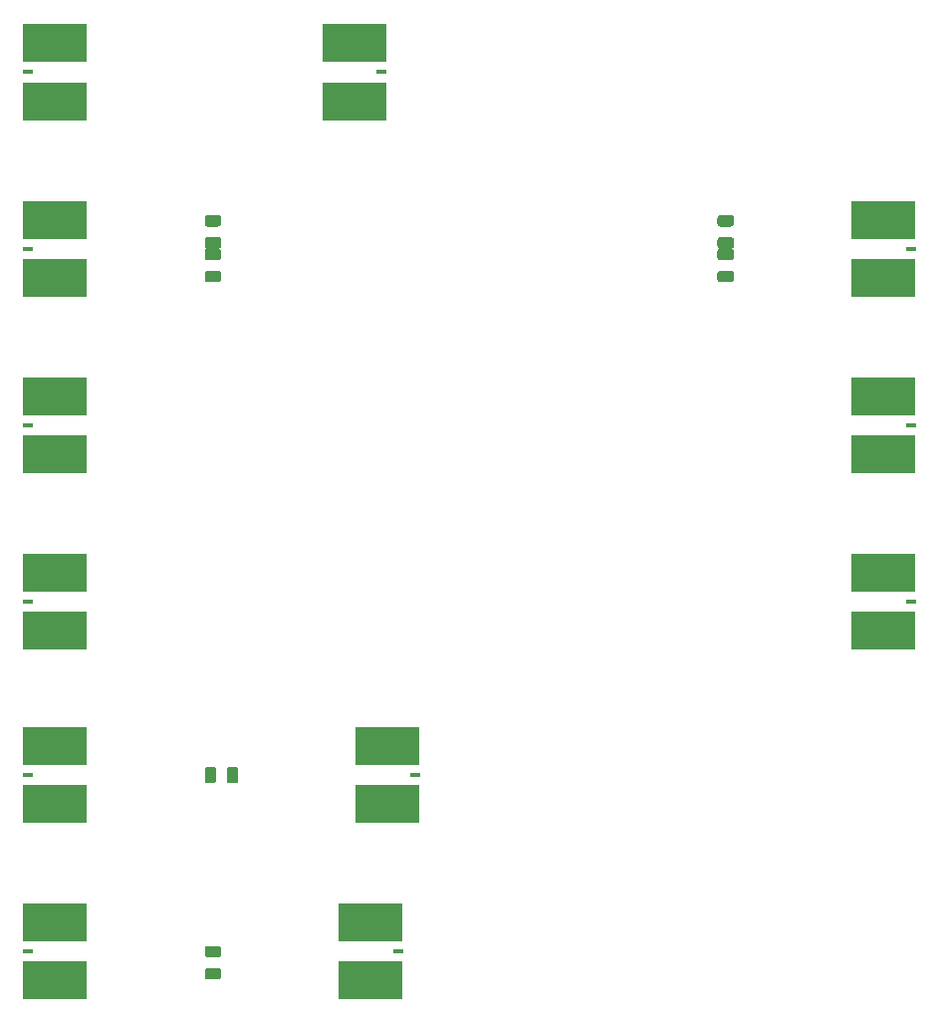
<source format=gtp>
G04 #@! TF.GenerationSoftware,KiCad,Pcbnew,(5.1.5)-2*
G04 #@! TF.CreationDate,2020-02-16T11:04:41+01:00*
G04 #@! TF.ProjectId,OSHPark_4Layers_trl-board_v0_1,4f534850-6172-46b5-9f34-4c6179657273,rev?*
G04 #@! TF.SameCoordinates,Original*
G04 #@! TF.FileFunction,Paste,Top*
G04 #@! TF.FilePolarity,Positive*
%FSLAX46Y46*%
G04 Gerber Fmt 4.6, Leading zero omitted, Abs format (unit mm)*
G04 Created by KiCad (PCBNEW (5.1.5)-2) date 2020-02-16 11:04:41*
%MOMM*%
%LPD*%
G04 APERTURE LIST*
%ADD10R,0.889000X0.406400*%
%ADD11R,5.537200X3.225800*%
%ADD12C,0.152400*%
G04 APERTURE END LIST*
D10*
X214955500Y-165000000D03*
D11*
X212631400Y-167463800D03*
X212631400Y-162536200D03*
D10*
X183444500Y-165000000D03*
D11*
X185768600Y-162536200D03*
X185768600Y-167463800D03*
D10*
X216385500Y-150000000D03*
D11*
X214061400Y-152463800D03*
X214061400Y-147536200D03*
D10*
X183444500Y-150000000D03*
D11*
X185768600Y-147536200D03*
X185768600Y-152463800D03*
D10*
X258555500Y-135250000D03*
D11*
X256231400Y-137713800D03*
X256231400Y-132786200D03*
D10*
X183444500Y-135250000D03*
D11*
X185768600Y-132786200D03*
X185768600Y-137713800D03*
D10*
X258555500Y-120250000D03*
D11*
X256231400Y-122713800D03*
X256231400Y-117786200D03*
D10*
X183444500Y-120250000D03*
D11*
X185768600Y-117786200D03*
X185768600Y-122713800D03*
D10*
X258555500Y-105250000D03*
D11*
X256231400Y-107713800D03*
X256231400Y-102786200D03*
D10*
X183444500Y-105250000D03*
D11*
X185768600Y-102786200D03*
X185768600Y-107713800D03*
D10*
X213555500Y-90250000D03*
D11*
X211231400Y-92713800D03*
X211231400Y-87786200D03*
D10*
X183444500Y-90250000D03*
D11*
X185768600Y-87786200D03*
X185768600Y-92713800D03*
D12*
G36*
X199255142Y-149301174D02*
G01*
X199278803Y-149304684D01*
X199302007Y-149310496D01*
X199324529Y-149318554D01*
X199346153Y-149328782D01*
X199366670Y-149341079D01*
X199385883Y-149355329D01*
X199403607Y-149371393D01*
X199419671Y-149389117D01*
X199433921Y-149408330D01*
X199446218Y-149428847D01*
X199456446Y-149450471D01*
X199464504Y-149472993D01*
X199470316Y-149496197D01*
X199473826Y-149519858D01*
X199475000Y-149543750D01*
X199475000Y-150456250D01*
X199473826Y-150480142D01*
X199470316Y-150503803D01*
X199464504Y-150527007D01*
X199456446Y-150549529D01*
X199446218Y-150571153D01*
X199433921Y-150591670D01*
X199419671Y-150610883D01*
X199403607Y-150628607D01*
X199385883Y-150644671D01*
X199366670Y-150658921D01*
X199346153Y-150671218D01*
X199324529Y-150681446D01*
X199302007Y-150689504D01*
X199278803Y-150695316D01*
X199255142Y-150698826D01*
X199231250Y-150700000D01*
X198743750Y-150700000D01*
X198719858Y-150698826D01*
X198696197Y-150695316D01*
X198672993Y-150689504D01*
X198650471Y-150681446D01*
X198628847Y-150671218D01*
X198608330Y-150658921D01*
X198589117Y-150644671D01*
X198571393Y-150628607D01*
X198555329Y-150610883D01*
X198541079Y-150591670D01*
X198528782Y-150571153D01*
X198518554Y-150549529D01*
X198510496Y-150527007D01*
X198504684Y-150503803D01*
X198501174Y-150480142D01*
X198500000Y-150456250D01*
X198500000Y-149543750D01*
X198501174Y-149519858D01*
X198504684Y-149496197D01*
X198510496Y-149472993D01*
X198518554Y-149450471D01*
X198528782Y-149428847D01*
X198541079Y-149408330D01*
X198555329Y-149389117D01*
X198571393Y-149371393D01*
X198589117Y-149355329D01*
X198608330Y-149341079D01*
X198628847Y-149328782D01*
X198650471Y-149318554D01*
X198672993Y-149310496D01*
X198696197Y-149304684D01*
X198719858Y-149301174D01*
X198743750Y-149300000D01*
X199231250Y-149300000D01*
X199255142Y-149301174D01*
G37*
G36*
X201130142Y-149301174D02*
G01*
X201153803Y-149304684D01*
X201177007Y-149310496D01*
X201199529Y-149318554D01*
X201221153Y-149328782D01*
X201241670Y-149341079D01*
X201260883Y-149355329D01*
X201278607Y-149371393D01*
X201294671Y-149389117D01*
X201308921Y-149408330D01*
X201321218Y-149428847D01*
X201331446Y-149450471D01*
X201339504Y-149472993D01*
X201345316Y-149496197D01*
X201348826Y-149519858D01*
X201350000Y-149543750D01*
X201350000Y-150456250D01*
X201348826Y-150480142D01*
X201345316Y-150503803D01*
X201339504Y-150527007D01*
X201331446Y-150549529D01*
X201321218Y-150571153D01*
X201308921Y-150591670D01*
X201294671Y-150610883D01*
X201278607Y-150628607D01*
X201260883Y-150644671D01*
X201241670Y-150658921D01*
X201221153Y-150671218D01*
X201199529Y-150681446D01*
X201177007Y-150689504D01*
X201153803Y-150695316D01*
X201130142Y-150698826D01*
X201106250Y-150700000D01*
X200618750Y-150700000D01*
X200594858Y-150698826D01*
X200571197Y-150695316D01*
X200547993Y-150689504D01*
X200525471Y-150681446D01*
X200503847Y-150671218D01*
X200483330Y-150658921D01*
X200464117Y-150644671D01*
X200446393Y-150628607D01*
X200430329Y-150610883D01*
X200416079Y-150591670D01*
X200403782Y-150571153D01*
X200393554Y-150549529D01*
X200385496Y-150527007D01*
X200379684Y-150503803D01*
X200376174Y-150480142D01*
X200375000Y-150456250D01*
X200375000Y-149543750D01*
X200376174Y-149519858D01*
X200379684Y-149496197D01*
X200385496Y-149472993D01*
X200393554Y-149450471D01*
X200403782Y-149428847D01*
X200416079Y-149408330D01*
X200430329Y-149389117D01*
X200446393Y-149371393D01*
X200464117Y-149355329D01*
X200483330Y-149341079D01*
X200503847Y-149328782D01*
X200525471Y-149318554D01*
X200547993Y-149310496D01*
X200571197Y-149304684D01*
X200594858Y-149301174D01*
X200618750Y-149300000D01*
X201106250Y-149300000D01*
X201130142Y-149301174D01*
G37*
G36*
X199680142Y-102401174D02*
G01*
X199703803Y-102404684D01*
X199727007Y-102410496D01*
X199749529Y-102418554D01*
X199771153Y-102428782D01*
X199791670Y-102441079D01*
X199810883Y-102455329D01*
X199828607Y-102471393D01*
X199844671Y-102489117D01*
X199858921Y-102508330D01*
X199871218Y-102528847D01*
X199881446Y-102550471D01*
X199889504Y-102572993D01*
X199895316Y-102596197D01*
X199898826Y-102619858D01*
X199900000Y-102643750D01*
X199900000Y-103131250D01*
X199898826Y-103155142D01*
X199895316Y-103178803D01*
X199889504Y-103202007D01*
X199881446Y-103224529D01*
X199871218Y-103246153D01*
X199858921Y-103266670D01*
X199844671Y-103285883D01*
X199828607Y-103303607D01*
X199810883Y-103319671D01*
X199791670Y-103333921D01*
X199771153Y-103346218D01*
X199749529Y-103356446D01*
X199727007Y-103364504D01*
X199703803Y-103370316D01*
X199680142Y-103373826D01*
X199656250Y-103375000D01*
X198743750Y-103375000D01*
X198719858Y-103373826D01*
X198696197Y-103370316D01*
X198672993Y-103364504D01*
X198650471Y-103356446D01*
X198628847Y-103346218D01*
X198608330Y-103333921D01*
X198589117Y-103319671D01*
X198571393Y-103303607D01*
X198555329Y-103285883D01*
X198541079Y-103266670D01*
X198528782Y-103246153D01*
X198518554Y-103224529D01*
X198510496Y-103202007D01*
X198504684Y-103178803D01*
X198501174Y-103155142D01*
X198500000Y-103131250D01*
X198500000Y-102643750D01*
X198501174Y-102619858D01*
X198504684Y-102596197D01*
X198510496Y-102572993D01*
X198518554Y-102550471D01*
X198528782Y-102528847D01*
X198541079Y-102508330D01*
X198555329Y-102489117D01*
X198571393Y-102471393D01*
X198589117Y-102455329D01*
X198608330Y-102441079D01*
X198628847Y-102428782D01*
X198650471Y-102418554D01*
X198672993Y-102410496D01*
X198696197Y-102404684D01*
X198719858Y-102401174D01*
X198743750Y-102400000D01*
X199656250Y-102400000D01*
X199680142Y-102401174D01*
G37*
G36*
X199680142Y-104276174D02*
G01*
X199703803Y-104279684D01*
X199727007Y-104285496D01*
X199749529Y-104293554D01*
X199771153Y-104303782D01*
X199791670Y-104316079D01*
X199810883Y-104330329D01*
X199828607Y-104346393D01*
X199844671Y-104364117D01*
X199858921Y-104383330D01*
X199871218Y-104403847D01*
X199881446Y-104425471D01*
X199889504Y-104447993D01*
X199895316Y-104471197D01*
X199898826Y-104494858D01*
X199900000Y-104518750D01*
X199900000Y-105006250D01*
X199898826Y-105030142D01*
X199895316Y-105053803D01*
X199889504Y-105077007D01*
X199881446Y-105099529D01*
X199871218Y-105121153D01*
X199858921Y-105141670D01*
X199844671Y-105160883D01*
X199828607Y-105178607D01*
X199810883Y-105194671D01*
X199791670Y-105208921D01*
X199771153Y-105221218D01*
X199749529Y-105231446D01*
X199727007Y-105239504D01*
X199703803Y-105245316D01*
X199680142Y-105248826D01*
X199656250Y-105250000D01*
X198743750Y-105250000D01*
X198719858Y-105248826D01*
X198696197Y-105245316D01*
X198672993Y-105239504D01*
X198650471Y-105231446D01*
X198628847Y-105221218D01*
X198608330Y-105208921D01*
X198589117Y-105194671D01*
X198571393Y-105178607D01*
X198555329Y-105160883D01*
X198541079Y-105141670D01*
X198528782Y-105121153D01*
X198518554Y-105099529D01*
X198510496Y-105077007D01*
X198504684Y-105053803D01*
X198501174Y-105030142D01*
X198500000Y-105006250D01*
X198500000Y-104518750D01*
X198501174Y-104494858D01*
X198504684Y-104471197D01*
X198510496Y-104447993D01*
X198518554Y-104425471D01*
X198528782Y-104403847D01*
X198541079Y-104383330D01*
X198555329Y-104364117D01*
X198571393Y-104346393D01*
X198589117Y-104330329D01*
X198608330Y-104316079D01*
X198628847Y-104303782D01*
X198650471Y-104293554D01*
X198672993Y-104285496D01*
X198696197Y-104279684D01*
X198719858Y-104276174D01*
X198743750Y-104275000D01*
X199656250Y-104275000D01*
X199680142Y-104276174D01*
G37*
G36*
X199680142Y-107126174D02*
G01*
X199703803Y-107129684D01*
X199727007Y-107135496D01*
X199749529Y-107143554D01*
X199771153Y-107153782D01*
X199791670Y-107166079D01*
X199810883Y-107180329D01*
X199828607Y-107196393D01*
X199844671Y-107214117D01*
X199858921Y-107233330D01*
X199871218Y-107253847D01*
X199881446Y-107275471D01*
X199889504Y-107297993D01*
X199895316Y-107321197D01*
X199898826Y-107344858D01*
X199900000Y-107368750D01*
X199900000Y-107856250D01*
X199898826Y-107880142D01*
X199895316Y-107903803D01*
X199889504Y-107927007D01*
X199881446Y-107949529D01*
X199871218Y-107971153D01*
X199858921Y-107991670D01*
X199844671Y-108010883D01*
X199828607Y-108028607D01*
X199810883Y-108044671D01*
X199791670Y-108058921D01*
X199771153Y-108071218D01*
X199749529Y-108081446D01*
X199727007Y-108089504D01*
X199703803Y-108095316D01*
X199680142Y-108098826D01*
X199656250Y-108100000D01*
X198743750Y-108100000D01*
X198719858Y-108098826D01*
X198696197Y-108095316D01*
X198672993Y-108089504D01*
X198650471Y-108081446D01*
X198628847Y-108071218D01*
X198608330Y-108058921D01*
X198589117Y-108044671D01*
X198571393Y-108028607D01*
X198555329Y-108010883D01*
X198541079Y-107991670D01*
X198528782Y-107971153D01*
X198518554Y-107949529D01*
X198510496Y-107927007D01*
X198504684Y-107903803D01*
X198501174Y-107880142D01*
X198500000Y-107856250D01*
X198500000Y-107368750D01*
X198501174Y-107344858D01*
X198504684Y-107321197D01*
X198510496Y-107297993D01*
X198518554Y-107275471D01*
X198528782Y-107253847D01*
X198541079Y-107233330D01*
X198555329Y-107214117D01*
X198571393Y-107196393D01*
X198589117Y-107180329D01*
X198608330Y-107166079D01*
X198628847Y-107153782D01*
X198650471Y-107143554D01*
X198672993Y-107135496D01*
X198696197Y-107129684D01*
X198719858Y-107126174D01*
X198743750Y-107125000D01*
X199656250Y-107125000D01*
X199680142Y-107126174D01*
G37*
G36*
X199680142Y-105251174D02*
G01*
X199703803Y-105254684D01*
X199727007Y-105260496D01*
X199749529Y-105268554D01*
X199771153Y-105278782D01*
X199791670Y-105291079D01*
X199810883Y-105305329D01*
X199828607Y-105321393D01*
X199844671Y-105339117D01*
X199858921Y-105358330D01*
X199871218Y-105378847D01*
X199881446Y-105400471D01*
X199889504Y-105422993D01*
X199895316Y-105446197D01*
X199898826Y-105469858D01*
X199900000Y-105493750D01*
X199900000Y-105981250D01*
X199898826Y-106005142D01*
X199895316Y-106028803D01*
X199889504Y-106052007D01*
X199881446Y-106074529D01*
X199871218Y-106096153D01*
X199858921Y-106116670D01*
X199844671Y-106135883D01*
X199828607Y-106153607D01*
X199810883Y-106169671D01*
X199791670Y-106183921D01*
X199771153Y-106196218D01*
X199749529Y-106206446D01*
X199727007Y-106214504D01*
X199703803Y-106220316D01*
X199680142Y-106223826D01*
X199656250Y-106225000D01*
X198743750Y-106225000D01*
X198719858Y-106223826D01*
X198696197Y-106220316D01*
X198672993Y-106214504D01*
X198650471Y-106206446D01*
X198628847Y-106196218D01*
X198608330Y-106183921D01*
X198589117Y-106169671D01*
X198571393Y-106153607D01*
X198555329Y-106135883D01*
X198541079Y-106116670D01*
X198528782Y-106096153D01*
X198518554Y-106074529D01*
X198510496Y-106052007D01*
X198504684Y-106028803D01*
X198501174Y-106005142D01*
X198500000Y-105981250D01*
X198500000Y-105493750D01*
X198501174Y-105469858D01*
X198504684Y-105446197D01*
X198510496Y-105422993D01*
X198518554Y-105400471D01*
X198528782Y-105378847D01*
X198541079Y-105358330D01*
X198555329Y-105339117D01*
X198571393Y-105321393D01*
X198589117Y-105305329D01*
X198608330Y-105291079D01*
X198628847Y-105278782D01*
X198650471Y-105268554D01*
X198672993Y-105260496D01*
X198696197Y-105254684D01*
X198719858Y-105251174D01*
X198743750Y-105250000D01*
X199656250Y-105250000D01*
X199680142Y-105251174D01*
G37*
G36*
X243280142Y-102401174D02*
G01*
X243303803Y-102404684D01*
X243327007Y-102410496D01*
X243349529Y-102418554D01*
X243371153Y-102428782D01*
X243391670Y-102441079D01*
X243410883Y-102455329D01*
X243428607Y-102471393D01*
X243444671Y-102489117D01*
X243458921Y-102508330D01*
X243471218Y-102528847D01*
X243481446Y-102550471D01*
X243489504Y-102572993D01*
X243495316Y-102596197D01*
X243498826Y-102619858D01*
X243500000Y-102643750D01*
X243500000Y-103131250D01*
X243498826Y-103155142D01*
X243495316Y-103178803D01*
X243489504Y-103202007D01*
X243481446Y-103224529D01*
X243471218Y-103246153D01*
X243458921Y-103266670D01*
X243444671Y-103285883D01*
X243428607Y-103303607D01*
X243410883Y-103319671D01*
X243391670Y-103333921D01*
X243371153Y-103346218D01*
X243349529Y-103356446D01*
X243327007Y-103364504D01*
X243303803Y-103370316D01*
X243280142Y-103373826D01*
X243256250Y-103375000D01*
X242343750Y-103375000D01*
X242319858Y-103373826D01*
X242296197Y-103370316D01*
X242272993Y-103364504D01*
X242250471Y-103356446D01*
X242228847Y-103346218D01*
X242208330Y-103333921D01*
X242189117Y-103319671D01*
X242171393Y-103303607D01*
X242155329Y-103285883D01*
X242141079Y-103266670D01*
X242128782Y-103246153D01*
X242118554Y-103224529D01*
X242110496Y-103202007D01*
X242104684Y-103178803D01*
X242101174Y-103155142D01*
X242100000Y-103131250D01*
X242100000Y-102643750D01*
X242101174Y-102619858D01*
X242104684Y-102596197D01*
X242110496Y-102572993D01*
X242118554Y-102550471D01*
X242128782Y-102528847D01*
X242141079Y-102508330D01*
X242155329Y-102489117D01*
X242171393Y-102471393D01*
X242189117Y-102455329D01*
X242208330Y-102441079D01*
X242228847Y-102428782D01*
X242250471Y-102418554D01*
X242272993Y-102410496D01*
X242296197Y-102404684D01*
X242319858Y-102401174D01*
X242343750Y-102400000D01*
X243256250Y-102400000D01*
X243280142Y-102401174D01*
G37*
G36*
X243280142Y-104276174D02*
G01*
X243303803Y-104279684D01*
X243327007Y-104285496D01*
X243349529Y-104293554D01*
X243371153Y-104303782D01*
X243391670Y-104316079D01*
X243410883Y-104330329D01*
X243428607Y-104346393D01*
X243444671Y-104364117D01*
X243458921Y-104383330D01*
X243471218Y-104403847D01*
X243481446Y-104425471D01*
X243489504Y-104447993D01*
X243495316Y-104471197D01*
X243498826Y-104494858D01*
X243500000Y-104518750D01*
X243500000Y-105006250D01*
X243498826Y-105030142D01*
X243495316Y-105053803D01*
X243489504Y-105077007D01*
X243481446Y-105099529D01*
X243471218Y-105121153D01*
X243458921Y-105141670D01*
X243444671Y-105160883D01*
X243428607Y-105178607D01*
X243410883Y-105194671D01*
X243391670Y-105208921D01*
X243371153Y-105221218D01*
X243349529Y-105231446D01*
X243327007Y-105239504D01*
X243303803Y-105245316D01*
X243280142Y-105248826D01*
X243256250Y-105250000D01*
X242343750Y-105250000D01*
X242319858Y-105248826D01*
X242296197Y-105245316D01*
X242272993Y-105239504D01*
X242250471Y-105231446D01*
X242228847Y-105221218D01*
X242208330Y-105208921D01*
X242189117Y-105194671D01*
X242171393Y-105178607D01*
X242155329Y-105160883D01*
X242141079Y-105141670D01*
X242128782Y-105121153D01*
X242118554Y-105099529D01*
X242110496Y-105077007D01*
X242104684Y-105053803D01*
X242101174Y-105030142D01*
X242100000Y-105006250D01*
X242100000Y-104518750D01*
X242101174Y-104494858D01*
X242104684Y-104471197D01*
X242110496Y-104447993D01*
X242118554Y-104425471D01*
X242128782Y-104403847D01*
X242141079Y-104383330D01*
X242155329Y-104364117D01*
X242171393Y-104346393D01*
X242189117Y-104330329D01*
X242208330Y-104316079D01*
X242228847Y-104303782D01*
X242250471Y-104293554D01*
X242272993Y-104285496D01*
X242296197Y-104279684D01*
X242319858Y-104276174D01*
X242343750Y-104275000D01*
X243256250Y-104275000D01*
X243280142Y-104276174D01*
G37*
G36*
X243280142Y-107126174D02*
G01*
X243303803Y-107129684D01*
X243327007Y-107135496D01*
X243349529Y-107143554D01*
X243371153Y-107153782D01*
X243391670Y-107166079D01*
X243410883Y-107180329D01*
X243428607Y-107196393D01*
X243444671Y-107214117D01*
X243458921Y-107233330D01*
X243471218Y-107253847D01*
X243481446Y-107275471D01*
X243489504Y-107297993D01*
X243495316Y-107321197D01*
X243498826Y-107344858D01*
X243500000Y-107368750D01*
X243500000Y-107856250D01*
X243498826Y-107880142D01*
X243495316Y-107903803D01*
X243489504Y-107927007D01*
X243481446Y-107949529D01*
X243471218Y-107971153D01*
X243458921Y-107991670D01*
X243444671Y-108010883D01*
X243428607Y-108028607D01*
X243410883Y-108044671D01*
X243391670Y-108058921D01*
X243371153Y-108071218D01*
X243349529Y-108081446D01*
X243327007Y-108089504D01*
X243303803Y-108095316D01*
X243280142Y-108098826D01*
X243256250Y-108100000D01*
X242343750Y-108100000D01*
X242319858Y-108098826D01*
X242296197Y-108095316D01*
X242272993Y-108089504D01*
X242250471Y-108081446D01*
X242228847Y-108071218D01*
X242208330Y-108058921D01*
X242189117Y-108044671D01*
X242171393Y-108028607D01*
X242155329Y-108010883D01*
X242141079Y-107991670D01*
X242128782Y-107971153D01*
X242118554Y-107949529D01*
X242110496Y-107927007D01*
X242104684Y-107903803D01*
X242101174Y-107880142D01*
X242100000Y-107856250D01*
X242100000Y-107368750D01*
X242101174Y-107344858D01*
X242104684Y-107321197D01*
X242110496Y-107297993D01*
X242118554Y-107275471D01*
X242128782Y-107253847D01*
X242141079Y-107233330D01*
X242155329Y-107214117D01*
X242171393Y-107196393D01*
X242189117Y-107180329D01*
X242208330Y-107166079D01*
X242228847Y-107153782D01*
X242250471Y-107143554D01*
X242272993Y-107135496D01*
X242296197Y-107129684D01*
X242319858Y-107126174D01*
X242343750Y-107125000D01*
X243256250Y-107125000D01*
X243280142Y-107126174D01*
G37*
G36*
X243280142Y-105251174D02*
G01*
X243303803Y-105254684D01*
X243327007Y-105260496D01*
X243349529Y-105268554D01*
X243371153Y-105278782D01*
X243391670Y-105291079D01*
X243410883Y-105305329D01*
X243428607Y-105321393D01*
X243444671Y-105339117D01*
X243458921Y-105358330D01*
X243471218Y-105378847D01*
X243481446Y-105400471D01*
X243489504Y-105422993D01*
X243495316Y-105446197D01*
X243498826Y-105469858D01*
X243500000Y-105493750D01*
X243500000Y-105981250D01*
X243498826Y-106005142D01*
X243495316Y-106028803D01*
X243489504Y-106052007D01*
X243481446Y-106074529D01*
X243471218Y-106096153D01*
X243458921Y-106116670D01*
X243444671Y-106135883D01*
X243428607Y-106153607D01*
X243410883Y-106169671D01*
X243391670Y-106183921D01*
X243371153Y-106196218D01*
X243349529Y-106206446D01*
X243327007Y-106214504D01*
X243303803Y-106220316D01*
X243280142Y-106223826D01*
X243256250Y-106225000D01*
X242343750Y-106225000D01*
X242319858Y-106223826D01*
X242296197Y-106220316D01*
X242272993Y-106214504D01*
X242250471Y-106206446D01*
X242228847Y-106196218D01*
X242208330Y-106183921D01*
X242189117Y-106169671D01*
X242171393Y-106153607D01*
X242155329Y-106135883D01*
X242141079Y-106116670D01*
X242128782Y-106096153D01*
X242118554Y-106074529D01*
X242110496Y-106052007D01*
X242104684Y-106028803D01*
X242101174Y-106005142D01*
X242100000Y-105981250D01*
X242100000Y-105493750D01*
X242101174Y-105469858D01*
X242104684Y-105446197D01*
X242110496Y-105422993D01*
X242118554Y-105400471D01*
X242128782Y-105378847D01*
X242141079Y-105358330D01*
X242155329Y-105339117D01*
X242171393Y-105321393D01*
X242189117Y-105305329D01*
X242208330Y-105291079D01*
X242228847Y-105278782D01*
X242250471Y-105268554D01*
X242272993Y-105260496D01*
X242296197Y-105254684D01*
X242319858Y-105251174D01*
X242343750Y-105250000D01*
X243256250Y-105250000D01*
X243280142Y-105251174D01*
G37*
G36*
X199680142Y-164513674D02*
G01*
X199703803Y-164517184D01*
X199727007Y-164522996D01*
X199749529Y-164531054D01*
X199771153Y-164541282D01*
X199791670Y-164553579D01*
X199810883Y-164567829D01*
X199828607Y-164583893D01*
X199844671Y-164601617D01*
X199858921Y-164620830D01*
X199871218Y-164641347D01*
X199881446Y-164662971D01*
X199889504Y-164685493D01*
X199895316Y-164708697D01*
X199898826Y-164732358D01*
X199900000Y-164756250D01*
X199900000Y-165243750D01*
X199898826Y-165267642D01*
X199895316Y-165291303D01*
X199889504Y-165314507D01*
X199881446Y-165337029D01*
X199871218Y-165358653D01*
X199858921Y-165379170D01*
X199844671Y-165398383D01*
X199828607Y-165416107D01*
X199810883Y-165432171D01*
X199791670Y-165446421D01*
X199771153Y-165458718D01*
X199749529Y-165468946D01*
X199727007Y-165477004D01*
X199703803Y-165482816D01*
X199680142Y-165486326D01*
X199656250Y-165487500D01*
X198743750Y-165487500D01*
X198719858Y-165486326D01*
X198696197Y-165482816D01*
X198672993Y-165477004D01*
X198650471Y-165468946D01*
X198628847Y-165458718D01*
X198608330Y-165446421D01*
X198589117Y-165432171D01*
X198571393Y-165416107D01*
X198555329Y-165398383D01*
X198541079Y-165379170D01*
X198528782Y-165358653D01*
X198518554Y-165337029D01*
X198510496Y-165314507D01*
X198504684Y-165291303D01*
X198501174Y-165267642D01*
X198500000Y-165243750D01*
X198500000Y-164756250D01*
X198501174Y-164732358D01*
X198504684Y-164708697D01*
X198510496Y-164685493D01*
X198518554Y-164662971D01*
X198528782Y-164641347D01*
X198541079Y-164620830D01*
X198555329Y-164601617D01*
X198571393Y-164583893D01*
X198589117Y-164567829D01*
X198608330Y-164553579D01*
X198628847Y-164541282D01*
X198650471Y-164531054D01*
X198672993Y-164522996D01*
X198696197Y-164517184D01*
X198719858Y-164513674D01*
X198743750Y-164512500D01*
X199656250Y-164512500D01*
X199680142Y-164513674D01*
G37*
G36*
X199680142Y-166388674D02*
G01*
X199703803Y-166392184D01*
X199727007Y-166397996D01*
X199749529Y-166406054D01*
X199771153Y-166416282D01*
X199791670Y-166428579D01*
X199810883Y-166442829D01*
X199828607Y-166458893D01*
X199844671Y-166476617D01*
X199858921Y-166495830D01*
X199871218Y-166516347D01*
X199881446Y-166537971D01*
X199889504Y-166560493D01*
X199895316Y-166583697D01*
X199898826Y-166607358D01*
X199900000Y-166631250D01*
X199900000Y-167118750D01*
X199898826Y-167142642D01*
X199895316Y-167166303D01*
X199889504Y-167189507D01*
X199881446Y-167212029D01*
X199871218Y-167233653D01*
X199858921Y-167254170D01*
X199844671Y-167273383D01*
X199828607Y-167291107D01*
X199810883Y-167307171D01*
X199791670Y-167321421D01*
X199771153Y-167333718D01*
X199749529Y-167343946D01*
X199727007Y-167352004D01*
X199703803Y-167357816D01*
X199680142Y-167361326D01*
X199656250Y-167362500D01*
X198743750Y-167362500D01*
X198719858Y-167361326D01*
X198696197Y-167357816D01*
X198672993Y-167352004D01*
X198650471Y-167343946D01*
X198628847Y-167333718D01*
X198608330Y-167321421D01*
X198589117Y-167307171D01*
X198571393Y-167291107D01*
X198555329Y-167273383D01*
X198541079Y-167254170D01*
X198528782Y-167233653D01*
X198518554Y-167212029D01*
X198510496Y-167189507D01*
X198504684Y-167166303D01*
X198501174Y-167142642D01*
X198500000Y-167118750D01*
X198500000Y-166631250D01*
X198501174Y-166607358D01*
X198504684Y-166583697D01*
X198510496Y-166560493D01*
X198518554Y-166537971D01*
X198528782Y-166516347D01*
X198541079Y-166495830D01*
X198555329Y-166476617D01*
X198571393Y-166458893D01*
X198589117Y-166442829D01*
X198608330Y-166428579D01*
X198628847Y-166416282D01*
X198650471Y-166406054D01*
X198672993Y-166397996D01*
X198696197Y-166392184D01*
X198719858Y-166388674D01*
X198743750Y-166387500D01*
X199656250Y-166387500D01*
X199680142Y-166388674D01*
G37*
M02*

</source>
